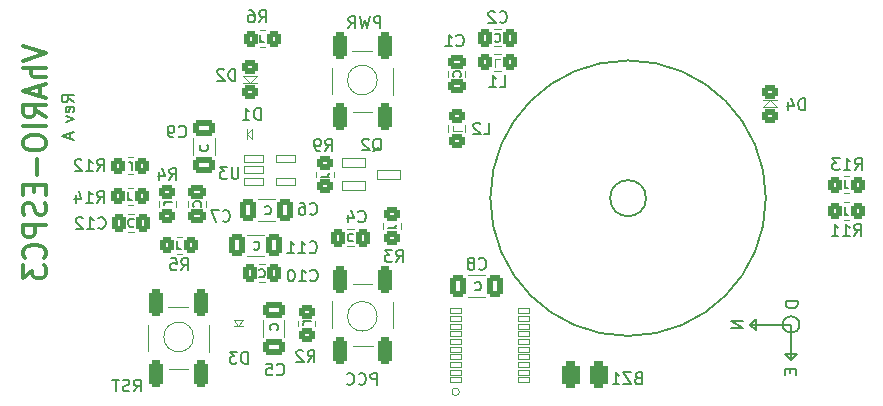
<source format=gbo>
G04 #@! TF.GenerationSoftware,KiCad,Pcbnew,6.99.0-unknown-58b8d63ff8~148~ubuntu20.04.1*
G04 #@! TF.CreationDate,2022-03-11T11:46:21+05:30*
G04 #@! TF.ProjectId,espc3-vario,65737063-332d-4766-9172-696f2e6b6963,rev?*
G04 #@! TF.SameCoordinates,Original*
G04 #@! TF.FileFunction,Legend,Bot*
G04 #@! TF.FilePolarity,Positive*
%FSLAX46Y46*%
G04 Gerber Fmt 4.6, Leading zero omitted, Abs format (unit mm)*
G04 Created by KiCad (PCBNEW 6.99.0-unknown-58b8d63ff8~148~ubuntu20.04.1) date 2022-03-11 11:46:21*
%MOMM*%
%LPD*%
G01*
G04 APERTURE LIST*
G04 Aperture macros list*
%AMRoundRect*
0 Rectangle with rounded corners*
0 $1 Rounding radius*
0 $2 $3 $4 $5 $6 $7 $8 $9 X,Y pos of 4 corners*
0 Add a 4 corners polygon primitive as box body*
4,1,4,$2,$3,$4,$5,$6,$7,$8,$9,$2,$3,0*
0 Add four circle primitives for the rounded corners*
1,1,$1+$1,$2,$3*
1,1,$1+$1,$4,$5*
1,1,$1+$1,$6,$7*
1,1,$1+$1,$8,$9*
0 Add four rect primitives between the rounded corners*
20,1,$1+$1,$2,$3,$4,$5,0*
20,1,$1+$1,$4,$5,$6,$7,0*
20,1,$1+$1,$6,$7,$8,$9,0*
20,1,$1+$1,$8,$9,$2,$3,0*%
G04 Aperture macros list end*
%ADD10C,0.150000*%
%ADD11C,0.300000*%
%ADD12C,0.120000*%
%ADD13R,1.700000X1.700000*%
%ADD14O,1.700000X1.700000*%
%ADD15C,2.500000*%
%ADD16O,1.800000X1.000000*%
%ADD17RoundRect,0.300000X0.300000X-0.843000X0.300000X0.843000X-0.300000X0.843000X-0.300000X-0.843000X0*%
%ADD18RoundRect,0.300000X-0.300000X0.843000X-0.300000X-0.843000X0.300000X-0.843000X0.300000X0.843000X0*%
%ADD19RoundRect,0.250000X0.412500X0.650000X-0.412500X0.650000X-0.412500X-0.650000X0.412500X-0.650000X0*%
%ADD20R,1.000000X1.000000*%
%ADD21RoundRect,0.250000X0.450000X-0.325000X0.450000X0.325000X-0.450000X0.325000X-0.450000X-0.325000X0*%
%ADD22RoundRect,0.250000X-0.650000X0.412500X-0.650000X-0.412500X0.650000X-0.412500X0.650000X0.412500X0*%
%ADD23RoundRect,0.250000X-0.325000X-0.450000X0.325000X-0.450000X0.325000X0.450000X-0.325000X0.450000X0*%
%ADD24RoundRect,0.250000X0.650000X-0.412500X0.650000X0.412500X-0.650000X0.412500X-0.650000X-0.412500X0*%
%ADD25RoundRect,0.250000X-0.337500X-0.475000X0.337500X-0.475000X0.337500X0.475000X-0.337500X0.475000X0*%
%ADD26RoundRect,0.250000X-0.350000X-0.450000X0.350000X-0.450000X0.350000X0.450000X-0.350000X0.450000X0*%
%ADD27RoundRect,0.250000X0.450000X-0.350000X0.450000X0.350000X-0.450000X0.350000X-0.450000X-0.350000X0*%
%ADD28RoundRect,0.250000X0.337500X0.475000X-0.337500X0.475000X-0.337500X-0.475000X0.337500X-0.475000X0*%
%ADD29RoundRect,0.050000X-0.500000X-0.200000X0.500000X-0.200000X0.500000X0.200000X-0.500000X0.200000X0*%
%ADD30RoundRect,0.250000X-0.450000X0.350000X-0.450000X-0.350000X0.450000X-0.350000X0.450000X0.350000X0*%
%ADD31RoundRect,0.250000X-0.475000X0.337500X-0.475000X-0.337500X0.475000X-0.337500X0.475000X0.337500X0*%
%ADD32RoundRect,0.050000X-0.780000X-0.325000X0.780000X-0.325000X0.780000X0.325000X-0.780000X0.325000X0*%
%ADD33RoundRect,0.250000X0.350000X0.450000X-0.350000X0.450000X-0.350000X-0.450000X0.350000X-0.450000X0*%
%ADD34RoundRect,0.050000X-0.950000X-0.400000X0.950000X-0.400000X0.950000X0.400000X-0.950000X0.400000X0*%
%ADD35RoundRect,0.250000X-0.450000X0.325000X-0.450000X-0.325000X0.450000X-0.325000X0.450000X0.325000X0*%
%ADD36RoundRect,0.381000X-0.381000X0.762000X-0.381000X-0.762000X0.381000X-0.762000X0.381000X0.762000X0*%
G04 APERTURE END LIST*
D10*
X156300000Y-116200000D02*
X157300000Y-116200000D01*
X156800000Y-113700000D02*
X153300000Y-113700000D01*
X153800000Y-113200000D02*
X153300000Y-113700000D01*
X154661904Y-103000000D02*
G75*
G03*
X154661904Y-103000000I-11661904J0D01*
G01*
X153800000Y-113700000D02*
X153800000Y-114200000D01*
X157507107Y-113700000D02*
G75*
G03*
X157507107Y-113700000I-707107J0D01*
G01*
X156800000Y-113700000D02*
X156800000Y-116700000D01*
X153800000Y-114200000D02*
X153300000Y-113700000D01*
X156800000Y-116700000D02*
X156300000Y-116200000D01*
X157300000Y-116200000D02*
X156800000Y-116700000D01*
X153800000Y-113700000D02*
X153800000Y-113200000D01*
X144520691Y-103000000D02*
G75*
G03*
X144520691Y-103000000I-1520691J0D01*
G01*
X152752380Y-113414286D02*
X151752380Y-113414286D01*
X151752380Y-113414286D02*
X152752380Y-113985714D01*
X152752380Y-113985714D02*
X151752380Y-113985714D01*
X101147619Y-119352380D02*
X101480952Y-118876190D01*
X101719047Y-119352380D02*
X101719047Y-118352380D01*
X101719047Y-118352380D02*
X101338095Y-118352380D01*
X101338095Y-118352380D02*
X101242857Y-118400000D01*
X101242857Y-118400000D02*
X101195238Y-118447619D01*
X101195238Y-118447619D02*
X101147619Y-118542857D01*
X101147619Y-118542857D02*
X101147619Y-118685714D01*
X101147619Y-118685714D02*
X101195238Y-118780952D01*
X101195238Y-118780952D02*
X101242857Y-118828571D01*
X101242857Y-118828571D02*
X101338095Y-118876190D01*
X101338095Y-118876190D02*
X101719047Y-118876190D01*
X100766666Y-119304761D02*
X100623809Y-119352380D01*
X100623809Y-119352380D02*
X100385714Y-119352380D01*
X100385714Y-119352380D02*
X100290476Y-119304761D01*
X100290476Y-119304761D02*
X100242857Y-119257142D01*
X100242857Y-119257142D02*
X100195238Y-119161904D01*
X100195238Y-119161904D02*
X100195238Y-119066666D01*
X100195238Y-119066666D02*
X100242857Y-118971428D01*
X100242857Y-118971428D02*
X100290476Y-118923809D01*
X100290476Y-118923809D02*
X100385714Y-118876190D01*
X100385714Y-118876190D02*
X100576190Y-118828571D01*
X100576190Y-118828571D02*
X100671428Y-118780952D01*
X100671428Y-118780952D02*
X100719047Y-118733333D01*
X100719047Y-118733333D02*
X100766666Y-118638095D01*
X100766666Y-118638095D02*
X100766666Y-118542857D01*
X100766666Y-118542857D02*
X100719047Y-118447619D01*
X100719047Y-118447619D02*
X100671428Y-118400000D01*
X100671428Y-118400000D02*
X100576190Y-118352380D01*
X100576190Y-118352380D02*
X100338095Y-118352380D01*
X100338095Y-118352380D02*
X100195238Y-118400000D01*
X99909523Y-118352380D02*
X99338095Y-118352380D01*
X99623809Y-119352380D02*
X99623809Y-118352380D01*
X156728571Y-117485714D02*
X156728571Y-117819047D01*
X157252380Y-117961904D02*
X157252380Y-117485714D01*
X157252380Y-117485714D02*
X156252380Y-117485714D01*
X156252380Y-117485714D02*
X156252380Y-117961904D01*
X110011904Y-100352380D02*
X110011904Y-101161904D01*
X110011904Y-101161904D02*
X109964285Y-101257142D01*
X109964285Y-101257142D02*
X109916666Y-101304761D01*
X109916666Y-101304761D02*
X109821428Y-101352380D01*
X109821428Y-101352380D02*
X109630952Y-101352380D01*
X109630952Y-101352380D02*
X109535714Y-101304761D01*
X109535714Y-101304761D02*
X109488095Y-101257142D01*
X109488095Y-101257142D02*
X109440476Y-101161904D01*
X109440476Y-101161904D02*
X109440476Y-100352380D01*
X109059523Y-100352380D02*
X108440476Y-100352380D01*
X108440476Y-100352380D02*
X108773809Y-100733333D01*
X108773809Y-100733333D02*
X108630952Y-100733333D01*
X108630952Y-100733333D02*
X108535714Y-100780952D01*
X108535714Y-100780952D02*
X108488095Y-100828571D01*
X108488095Y-100828571D02*
X108440476Y-100923809D01*
X108440476Y-100923809D02*
X108440476Y-101161904D01*
X108440476Y-101161904D02*
X108488095Y-101257142D01*
X108488095Y-101257142D02*
X108535714Y-101304761D01*
X108535714Y-101304761D02*
X108630952Y-101352380D01*
X108630952Y-101352380D02*
X108916666Y-101352380D01*
X108916666Y-101352380D02*
X109011904Y-101304761D01*
X109011904Y-101304761D02*
X109059523Y-101257142D01*
X96052380Y-94871428D02*
X95576190Y-94538095D01*
X96052380Y-94300000D02*
X95052380Y-94300000D01*
X95052380Y-94300000D02*
X95052380Y-94680952D01*
X95052380Y-94680952D02*
X95100000Y-94776190D01*
X95100000Y-94776190D02*
X95147619Y-94823809D01*
X95147619Y-94823809D02*
X95242857Y-94871428D01*
X95242857Y-94871428D02*
X95385714Y-94871428D01*
X95385714Y-94871428D02*
X95480952Y-94823809D01*
X95480952Y-94823809D02*
X95528571Y-94776190D01*
X95528571Y-94776190D02*
X95576190Y-94680952D01*
X95576190Y-94680952D02*
X95576190Y-94300000D01*
X96004761Y-95680952D02*
X96052380Y-95585714D01*
X96052380Y-95585714D02*
X96052380Y-95395238D01*
X96052380Y-95395238D02*
X96004761Y-95300000D01*
X96004761Y-95300000D02*
X95909523Y-95252381D01*
X95909523Y-95252381D02*
X95528571Y-95252381D01*
X95528571Y-95252381D02*
X95433333Y-95300000D01*
X95433333Y-95300000D02*
X95385714Y-95395238D01*
X95385714Y-95395238D02*
X95385714Y-95585714D01*
X95385714Y-95585714D02*
X95433333Y-95680952D01*
X95433333Y-95680952D02*
X95528571Y-95728571D01*
X95528571Y-95728571D02*
X95623809Y-95728571D01*
X95623809Y-95728571D02*
X95719047Y-95252381D01*
X95385714Y-96061905D02*
X96052380Y-96300000D01*
X96052380Y-96300000D02*
X95385714Y-96538095D01*
X95766666Y-97471429D02*
X95766666Y-97947619D01*
X96052380Y-97376191D02*
X95052380Y-97709524D01*
X95052380Y-97709524D02*
X96052380Y-98042857D01*
X122033332Y-88602380D02*
X122033332Y-87602380D01*
X122033332Y-87602380D02*
X121652380Y-87602380D01*
X121652380Y-87602380D02*
X121557142Y-87650000D01*
X121557142Y-87650000D02*
X121509523Y-87697619D01*
X121509523Y-87697619D02*
X121461904Y-87792857D01*
X121461904Y-87792857D02*
X121461904Y-87935714D01*
X121461904Y-87935714D02*
X121509523Y-88030952D01*
X121509523Y-88030952D02*
X121557142Y-88078571D01*
X121557142Y-88078571D02*
X121652380Y-88126190D01*
X121652380Y-88126190D02*
X122033332Y-88126190D01*
X121128570Y-87602380D02*
X120890475Y-88602380D01*
X120890475Y-88602380D02*
X120699999Y-87888095D01*
X120699999Y-87888095D02*
X120509523Y-88602380D01*
X120509523Y-88602380D02*
X120271428Y-87602380D01*
X119319047Y-88602380D02*
X119652380Y-88126190D01*
X119890475Y-88602380D02*
X119890475Y-87602380D01*
X119890475Y-87602380D02*
X119509523Y-87602380D01*
X119509523Y-87602380D02*
X119414285Y-87650000D01*
X119414285Y-87650000D02*
X119366666Y-87697619D01*
X119366666Y-87697619D02*
X119319047Y-87792857D01*
X119319047Y-87792857D02*
X119319047Y-87935714D01*
X119319047Y-87935714D02*
X119366666Y-88030952D01*
X119366666Y-88030952D02*
X119414285Y-88078571D01*
X119414285Y-88078571D02*
X119509523Y-88126190D01*
X119509523Y-88126190D02*
X119890475Y-88126190D01*
D11*
X91754761Y-90150000D02*
X93754761Y-90750000D01*
X93754761Y-90750000D02*
X91754761Y-91350000D01*
X93754761Y-91950000D02*
X91754761Y-91950000D01*
X93754761Y-92721429D02*
X92707142Y-92721429D01*
X92707142Y-92721429D02*
X92516666Y-92635714D01*
X92516666Y-92635714D02*
X92421428Y-92464286D01*
X92421428Y-92464286D02*
X92421428Y-92207143D01*
X92421428Y-92207143D02*
X92516666Y-92035714D01*
X92516666Y-92035714D02*
X92611904Y-91950000D01*
X93183333Y-93492857D02*
X93183333Y-94350000D01*
X93754761Y-93321428D02*
X91754761Y-93921428D01*
X91754761Y-93921428D02*
X93754761Y-94521428D01*
X93754761Y-96149999D02*
X92802380Y-95549999D01*
X93754761Y-95121428D02*
X91754761Y-95121428D01*
X91754761Y-95121428D02*
X91754761Y-95807142D01*
X91754761Y-95807142D02*
X91850000Y-95978571D01*
X91850000Y-95978571D02*
X91945238Y-96064285D01*
X91945238Y-96064285D02*
X92135714Y-96149999D01*
X92135714Y-96149999D02*
X92421428Y-96149999D01*
X92421428Y-96149999D02*
X92611904Y-96064285D01*
X92611904Y-96064285D02*
X92707142Y-95978571D01*
X92707142Y-95978571D02*
X92802380Y-95807142D01*
X92802380Y-95807142D02*
X92802380Y-95121428D01*
X93754761Y-96921428D02*
X91754761Y-96921428D01*
X91754761Y-98121428D02*
X91754761Y-98464285D01*
X91754761Y-98464285D02*
X91850000Y-98635714D01*
X91850000Y-98635714D02*
X92040476Y-98807142D01*
X92040476Y-98807142D02*
X92421428Y-98892857D01*
X92421428Y-98892857D02*
X93088095Y-98892857D01*
X93088095Y-98892857D02*
X93469047Y-98807142D01*
X93469047Y-98807142D02*
X93659523Y-98635714D01*
X93659523Y-98635714D02*
X93754761Y-98464285D01*
X93754761Y-98464285D02*
X93754761Y-98121428D01*
X93754761Y-98121428D02*
X93659523Y-97950000D01*
X93659523Y-97950000D02*
X93469047Y-97778571D01*
X93469047Y-97778571D02*
X93088095Y-97692857D01*
X93088095Y-97692857D02*
X92421428Y-97692857D01*
X92421428Y-97692857D02*
X92040476Y-97778571D01*
X92040476Y-97778571D02*
X91850000Y-97950000D01*
X91850000Y-97950000D02*
X91754761Y-98121428D01*
X92992857Y-99664285D02*
X92992857Y-101035714D01*
X92707142Y-101892856D02*
X92707142Y-102492856D01*
X93754761Y-102749999D02*
X93754761Y-101892856D01*
X93754761Y-101892856D02*
X91754761Y-101892856D01*
X91754761Y-101892856D02*
X91754761Y-102749999D01*
X93659523Y-103435713D02*
X93754761Y-103692856D01*
X93754761Y-103692856D02*
X93754761Y-104121427D01*
X93754761Y-104121427D02*
X93659523Y-104292856D01*
X93659523Y-104292856D02*
X93564285Y-104378570D01*
X93564285Y-104378570D02*
X93373809Y-104464284D01*
X93373809Y-104464284D02*
X93183333Y-104464284D01*
X93183333Y-104464284D02*
X92992857Y-104378570D01*
X92992857Y-104378570D02*
X92897619Y-104292856D01*
X92897619Y-104292856D02*
X92802380Y-104121427D01*
X92802380Y-104121427D02*
X92707142Y-103778570D01*
X92707142Y-103778570D02*
X92611904Y-103607141D01*
X92611904Y-103607141D02*
X92516666Y-103521427D01*
X92516666Y-103521427D02*
X92326190Y-103435713D01*
X92326190Y-103435713D02*
X92135714Y-103435713D01*
X92135714Y-103435713D02*
X91945238Y-103521427D01*
X91945238Y-103521427D02*
X91850000Y-103607141D01*
X91850000Y-103607141D02*
X91754761Y-103778570D01*
X91754761Y-103778570D02*
X91754761Y-104207141D01*
X91754761Y-104207141D02*
X91850000Y-104464284D01*
X93754761Y-105235713D02*
X91754761Y-105235713D01*
X91754761Y-105235713D02*
X91754761Y-105921427D01*
X91754761Y-105921427D02*
X91850000Y-106092856D01*
X91850000Y-106092856D02*
X91945238Y-106178570D01*
X91945238Y-106178570D02*
X92135714Y-106264284D01*
X92135714Y-106264284D02*
X92421428Y-106264284D01*
X92421428Y-106264284D02*
X92611904Y-106178570D01*
X92611904Y-106178570D02*
X92707142Y-106092856D01*
X92707142Y-106092856D02*
X92802380Y-105921427D01*
X92802380Y-105921427D02*
X92802380Y-105235713D01*
X93564285Y-108064284D02*
X93659523Y-107978570D01*
X93659523Y-107978570D02*
X93754761Y-107721427D01*
X93754761Y-107721427D02*
X93754761Y-107549999D01*
X93754761Y-107549999D02*
X93659523Y-107292856D01*
X93659523Y-107292856D02*
X93469047Y-107121427D01*
X93469047Y-107121427D02*
X93278571Y-107035713D01*
X93278571Y-107035713D02*
X92897619Y-106949999D01*
X92897619Y-106949999D02*
X92611904Y-106949999D01*
X92611904Y-106949999D02*
X92230952Y-107035713D01*
X92230952Y-107035713D02*
X92040476Y-107121427D01*
X92040476Y-107121427D02*
X91850000Y-107292856D01*
X91850000Y-107292856D02*
X91754761Y-107549999D01*
X91754761Y-107549999D02*
X91754761Y-107721427D01*
X91754761Y-107721427D02*
X91850000Y-107978570D01*
X91850000Y-107978570D02*
X91945238Y-108064284D01*
X91754761Y-108664284D02*
X91754761Y-109778570D01*
X91754761Y-109778570D02*
X92516666Y-109178570D01*
X92516666Y-109178570D02*
X92516666Y-109435713D01*
X92516666Y-109435713D02*
X92611904Y-109607142D01*
X92611904Y-109607142D02*
X92707142Y-109692856D01*
X92707142Y-109692856D02*
X92897619Y-109778570D01*
X92897619Y-109778570D02*
X93373809Y-109778570D01*
X93373809Y-109778570D02*
X93564285Y-109692856D01*
X93564285Y-109692856D02*
X93659523Y-109607142D01*
X93659523Y-109607142D02*
X93754761Y-109435713D01*
X93754761Y-109435713D02*
X93754761Y-108921427D01*
X93754761Y-108921427D02*
X93659523Y-108749999D01*
X93659523Y-108749999D02*
X93564285Y-108664284D01*
D10*
X157352380Y-111738095D02*
X156352380Y-111738095D01*
X156352380Y-111738095D02*
X156352380Y-111976190D01*
X156352380Y-111976190D02*
X156400000Y-112119047D01*
X156400000Y-112119047D02*
X156495238Y-112214285D01*
X156495238Y-112214285D02*
X156590476Y-112261904D01*
X156590476Y-112261904D02*
X156780952Y-112309523D01*
X156780952Y-112309523D02*
X156923809Y-112309523D01*
X156923809Y-112309523D02*
X157114285Y-112261904D01*
X157114285Y-112261904D02*
X157209523Y-112214285D01*
X157209523Y-112214285D02*
X157304761Y-112119047D01*
X157304761Y-112119047D02*
X157352380Y-111976190D01*
X157352380Y-111976190D02*
X157352380Y-111738095D01*
X121761904Y-118802380D02*
X121761904Y-117802380D01*
X121761904Y-117802380D02*
X121380952Y-117802380D01*
X121380952Y-117802380D02*
X121285714Y-117850000D01*
X121285714Y-117850000D02*
X121238095Y-117897619D01*
X121238095Y-117897619D02*
X121190476Y-117992857D01*
X121190476Y-117992857D02*
X121190476Y-118135714D01*
X121190476Y-118135714D02*
X121238095Y-118230952D01*
X121238095Y-118230952D02*
X121285714Y-118278571D01*
X121285714Y-118278571D02*
X121380952Y-118326190D01*
X121380952Y-118326190D02*
X121761904Y-118326190D01*
X120190476Y-118707142D02*
X120238095Y-118754761D01*
X120238095Y-118754761D02*
X120380952Y-118802380D01*
X120380952Y-118802380D02*
X120476190Y-118802380D01*
X120476190Y-118802380D02*
X120619047Y-118754761D01*
X120619047Y-118754761D02*
X120714285Y-118659523D01*
X120714285Y-118659523D02*
X120761904Y-118564285D01*
X120761904Y-118564285D02*
X120809523Y-118373809D01*
X120809523Y-118373809D02*
X120809523Y-118230952D01*
X120809523Y-118230952D02*
X120761904Y-118040476D01*
X120761904Y-118040476D02*
X120714285Y-117945238D01*
X120714285Y-117945238D02*
X120619047Y-117850000D01*
X120619047Y-117850000D02*
X120476190Y-117802380D01*
X120476190Y-117802380D02*
X120380952Y-117802380D01*
X120380952Y-117802380D02*
X120238095Y-117850000D01*
X120238095Y-117850000D02*
X120190476Y-117897619D01*
X119190476Y-118707142D02*
X119238095Y-118754761D01*
X119238095Y-118754761D02*
X119380952Y-118802380D01*
X119380952Y-118802380D02*
X119476190Y-118802380D01*
X119476190Y-118802380D02*
X119619047Y-118754761D01*
X119619047Y-118754761D02*
X119714285Y-118659523D01*
X119714285Y-118659523D02*
X119761904Y-118564285D01*
X119761904Y-118564285D02*
X119809523Y-118373809D01*
X119809523Y-118373809D02*
X119809523Y-118230952D01*
X119809523Y-118230952D02*
X119761904Y-118040476D01*
X119761904Y-118040476D02*
X119714285Y-117945238D01*
X119714285Y-117945238D02*
X119619047Y-117850000D01*
X119619047Y-117850000D02*
X119476190Y-117802380D01*
X119476190Y-117802380D02*
X119380952Y-117802380D01*
X119380952Y-117802380D02*
X119238095Y-117850000D01*
X119238095Y-117850000D02*
X119190476Y-117897619D01*
X116066666Y-104307142D02*
X116114285Y-104354761D01*
X116114285Y-104354761D02*
X116257142Y-104402380D01*
X116257142Y-104402380D02*
X116352380Y-104402380D01*
X116352380Y-104402380D02*
X116495237Y-104354761D01*
X116495237Y-104354761D02*
X116590475Y-104259523D01*
X116590475Y-104259523D02*
X116638094Y-104164285D01*
X116638094Y-104164285D02*
X116685713Y-103973809D01*
X116685713Y-103973809D02*
X116685713Y-103830952D01*
X116685713Y-103830952D02*
X116638094Y-103640476D01*
X116638094Y-103640476D02*
X116590475Y-103545238D01*
X116590475Y-103545238D02*
X116495237Y-103450000D01*
X116495237Y-103450000D02*
X116352380Y-103402380D01*
X116352380Y-103402380D02*
X116257142Y-103402380D01*
X116257142Y-103402380D02*
X116114285Y-103450000D01*
X116114285Y-103450000D02*
X116066666Y-103497619D01*
X115209523Y-103402380D02*
X115399999Y-103402380D01*
X115399999Y-103402380D02*
X115495237Y-103450000D01*
X115495237Y-103450000D02*
X115542856Y-103497619D01*
X115542856Y-103497619D02*
X115638094Y-103640476D01*
X115638094Y-103640476D02*
X115685713Y-103830952D01*
X115685713Y-103830952D02*
X115685713Y-104211904D01*
X115685713Y-104211904D02*
X115638094Y-104307142D01*
X115638094Y-104307142D02*
X115590475Y-104354761D01*
X115590475Y-104354761D02*
X115495237Y-104402380D01*
X115495237Y-104402380D02*
X115304761Y-104402380D01*
X115304761Y-104402380D02*
X115209523Y-104354761D01*
X115209523Y-104354761D02*
X115161904Y-104307142D01*
X115161904Y-104307142D02*
X115114285Y-104211904D01*
X115114285Y-104211904D02*
X115114285Y-103973809D01*
X115114285Y-103973809D02*
X115161904Y-103878571D01*
X115161904Y-103878571D02*
X115209523Y-103830952D01*
X115209523Y-103830952D02*
X115304761Y-103783333D01*
X115304761Y-103783333D02*
X115495237Y-103783333D01*
X115495237Y-103783333D02*
X115590475Y-103830952D01*
X115590475Y-103830952D02*
X115638094Y-103878571D01*
X115638094Y-103878571D02*
X115685713Y-103973809D01*
X112261904Y-104304761D02*
X112357142Y-104352380D01*
X112357142Y-104352380D02*
X112547618Y-104352380D01*
X112547618Y-104352380D02*
X112642856Y-104304761D01*
X112642856Y-104304761D02*
X112690475Y-104257142D01*
X112690475Y-104257142D02*
X112738094Y-104161904D01*
X112738094Y-104161904D02*
X112738094Y-103876190D01*
X112738094Y-103876190D02*
X112690475Y-103780952D01*
X112690475Y-103780952D02*
X112642856Y-103733333D01*
X112642856Y-103733333D02*
X112547618Y-103685714D01*
X112547618Y-103685714D02*
X112357142Y-103685714D01*
X112357142Y-103685714D02*
X112261904Y-103733333D01*
X111888094Y-96352380D02*
X111888094Y-95352380D01*
X111888094Y-95352380D02*
X111649999Y-95352380D01*
X111649999Y-95352380D02*
X111507142Y-95400000D01*
X111507142Y-95400000D02*
X111411904Y-95495238D01*
X111411904Y-95495238D02*
X111364285Y-95590476D01*
X111364285Y-95590476D02*
X111316666Y-95780952D01*
X111316666Y-95780952D02*
X111316666Y-95923809D01*
X111316666Y-95923809D02*
X111364285Y-96114285D01*
X111364285Y-96114285D02*
X111411904Y-96209523D01*
X111411904Y-96209523D02*
X111507142Y-96304761D01*
X111507142Y-96304761D02*
X111649999Y-96352380D01*
X111649999Y-96352380D02*
X111888094Y-96352380D01*
X110364285Y-96352380D02*
X110935713Y-96352380D01*
X110649999Y-96352380D02*
X110649999Y-95352380D01*
X110649999Y-95352380D02*
X110745237Y-95495238D01*
X110745237Y-95495238D02*
X110840475Y-95590476D01*
X110840475Y-95590476D02*
X110935713Y-95638095D01*
X130766666Y-97602380D02*
X131242856Y-97602380D01*
X131242856Y-97602380D02*
X131242856Y-96602380D01*
X130480951Y-96697619D02*
X130433332Y-96650000D01*
X130433332Y-96650000D02*
X130338094Y-96602380D01*
X130338094Y-96602380D02*
X130099999Y-96602380D01*
X130099999Y-96602380D02*
X130004761Y-96650000D01*
X130004761Y-96650000D02*
X129957142Y-96697619D01*
X129957142Y-96697619D02*
X129909523Y-96792857D01*
X129909523Y-96792857D02*
X129909523Y-96888095D01*
X129909523Y-96888095D02*
X129957142Y-97030952D01*
X129957142Y-97030952D02*
X130528570Y-97602380D01*
X130528570Y-97602380D02*
X129909523Y-97602380D01*
X116042857Y-107557142D02*
X116090476Y-107604761D01*
X116090476Y-107604761D02*
X116233333Y-107652380D01*
X116233333Y-107652380D02*
X116328571Y-107652380D01*
X116328571Y-107652380D02*
X116471428Y-107604761D01*
X116471428Y-107604761D02*
X116566666Y-107509523D01*
X116566666Y-107509523D02*
X116614285Y-107414285D01*
X116614285Y-107414285D02*
X116661904Y-107223809D01*
X116661904Y-107223809D02*
X116661904Y-107080952D01*
X116661904Y-107080952D02*
X116614285Y-106890476D01*
X116614285Y-106890476D02*
X116566666Y-106795238D01*
X116566666Y-106795238D02*
X116471428Y-106700000D01*
X116471428Y-106700000D02*
X116328571Y-106652380D01*
X116328571Y-106652380D02*
X116233333Y-106652380D01*
X116233333Y-106652380D02*
X116090476Y-106700000D01*
X116090476Y-106700000D02*
X116042857Y-106747619D01*
X115090476Y-107652380D02*
X115661904Y-107652380D01*
X115376190Y-107652380D02*
X115376190Y-106652380D01*
X115376190Y-106652380D02*
X115471428Y-106795238D01*
X115471428Y-106795238D02*
X115566666Y-106890476D01*
X115566666Y-106890476D02*
X115661904Y-106938095D01*
X114138095Y-107652380D02*
X114709523Y-107652380D01*
X114423809Y-107652380D02*
X114423809Y-106652380D01*
X114423809Y-106652380D02*
X114519047Y-106795238D01*
X114519047Y-106795238D02*
X114614285Y-106890476D01*
X114614285Y-106890476D02*
X114709523Y-106938095D01*
X111311904Y-107304761D02*
X111407142Y-107352380D01*
X111407142Y-107352380D02*
X111597618Y-107352380D01*
X111597618Y-107352380D02*
X111692856Y-107304761D01*
X111692856Y-107304761D02*
X111740475Y-107257142D01*
X111740475Y-107257142D02*
X111788094Y-107161904D01*
X111788094Y-107161904D02*
X111788094Y-106876190D01*
X111788094Y-106876190D02*
X111740475Y-106780952D01*
X111740475Y-106780952D02*
X111692856Y-106733333D01*
X111692856Y-106733333D02*
X111597618Y-106685714D01*
X111597618Y-106685714D02*
X111407142Y-106685714D01*
X111407142Y-106685714D02*
X111311904Y-106733333D01*
X113266666Y-117907142D02*
X113314285Y-117954761D01*
X113314285Y-117954761D02*
X113457142Y-118002380D01*
X113457142Y-118002380D02*
X113552380Y-118002380D01*
X113552380Y-118002380D02*
X113695237Y-117954761D01*
X113695237Y-117954761D02*
X113790475Y-117859523D01*
X113790475Y-117859523D02*
X113838094Y-117764285D01*
X113838094Y-117764285D02*
X113885713Y-117573809D01*
X113885713Y-117573809D02*
X113885713Y-117430952D01*
X113885713Y-117430952D02*
X113838094Y-117240476D01*
X113838094Y-117240476D02*
X113790475Y-117145238D01*
X113790475Y-117145238D02*
X113695237Y-117050000D01*
X113695237Y-117050000D02*
X113552380Y-117002380D01*
X113552380Y-117002380D02*
X113457142Y-117002380D01*
X113457142Y-117002380D02*
X113314285Y-117050000D01*
X113314285Y-117050000D02*
X113266666Y-117097619D01*
X112361904Y-117002380D02*
X112838094Y-117002380D01*
X112838094Y-117002380D02*
X112885713Y-117478571D01*
X112885713Y-117478571D02*
X112838094Y-117430952D01*
X112838094Y-117430952D02*
X112742856Y-117383333D01*
X112742856Y-117383333D02*
X112504761Y-117383333D01*
X112504761Y-117383333D02*
X112409523Y-117430952D01*
X112409523Y-117430952D02*
X112361904Y-117478571D01*
X112361904Y-117478571D02*
X112314285Y-117573809D01*
X112314285Y-117573809D02*
X112314285Y-117811904D01*
X112314285Y-117811904D02*
X112361904Y-117907142D01*
X112361904Y-117907142D02*
X112409523Y-117954761D01*
X112409523Y-117954761D02*
X112504761Y-118002380D01*
X112504761Y-118002380D02*
X112742856Y-118002380D01*
X112742856Y-118002380D02*
X112838094Y-117954761D01*
X112838094Y-117954761D02*
X112885713Y-117907142D01*
X113304761Y-114138095D02*
X113352380Y-114042857D01*
X113352380Y-114042857D02*
X113352380Y-113852381D01*
X113352380Y-113852381D02*
X113304761Y-113757143D01*
X113304761Y-113757143D02*
X113257142Y-113709524D01*
X113257142Y-113709524D02*
X113161904Y-113661905D01*
X113161904Y-113661905D02*
X112876190Y-113661905D01*
X112876190Y-113661905D02*
X112780952Y-113709524D01*
X112780952Y-113709524D02*
X112733333Y-113757143D01*
X112733333Y-113757143D02*
X112685714Y-113852381D01*
X112685714Y-113852381D02*
X112685714Y-114042857D01*
X112685714Y-114042857D02*
X112733333Y-114138095D01*
X132116666Y-93602380D02*
X132592856Y-93602380D01*
X132592856Y-93602380D02*
X132592856Y-92602380D01*
X131259523Y-93602380D02*
X131830951Y-93602380D01*
X131545237Y-93602380D02*
X131545237Y-92602380D01*
X131545237Y-92602380D02*
X131640475Y-92745238D01*
X131640475Y-92745238D02*
X131735713Y-92840476D01*
X131735713Y-92840476D02*
X131830951Y-92888095D01*
X104966666Y-97757142D02*
X105014285Y-97804761D01*
X105014285Y-97804761D02*
X105157142Y-97852380D01*
X105157142Y-97852380D02*
X105252380Y-97852380D01*
X105252380Y-97852380D02*
X105395237Y-97804761D01*
X105395237Y-97804761D02*
X105490475Y-97709523D01*
X105490475Y-97709523D02*
X105538094Y-97614285D01*
X105538094Y-97614285D02*
X105585713Y-97423809D01*
X105585713Y-97423809D02*
X105585713Y-97280952D01*
X105585713Y-97280952D02*
X105538094Y-97090476D01*
X105538094Y-97090476D02*
X105490475Y-96995238D01*
X105490475Y-96995238D02*
X105395237Y-96900000D01*
X105395237Y-96900000D02*
X105252380Y-96852380D01*
X105252380Y-96852380D02*
X105157142Y-96852380D01*
X105157142Y-96852380D02*
X105014285Y-96900000D01*
X105014285Y-96900000D02*
X104966666Y-96947619D01*
X104490475Y-97852380D02*
X104299999Y-97852380D01*
X104299999Y-97852380D02*
X104204761Y-97804761D01*
X104204761Y-97804761D02*
X104157142Y-97757142D01*
X104157142Y-97757142D02*
X104061904Y-97614285D01*
X104061904Y-97614285D02*
X104014285Y-97423809D01*
X104014285Y-97423809D02*
X104014285Y-97042857D01*
X104014285Y-97042857D02*
X104061904Y-96947619D01*
X104061904Y-96947619D02*
X104109523Y-96900000D01*
X104109523Y-96900000D02*
X104204761Y-96852380D01*
X104204761Y-96852380D02*
X104395237Y-96852380D01*
X104395237Y-96852380D02*
X104490475Y-96900000D01*
X104490475Y-96900000D02*
X104538094Y-96947619D01*
X104538094Y-96947619D02*
X104585713Y-97042857D01*
X104585713Y-97042857D02*
X104585713Y-97280952D01*
X104585713Y-97280952D02*
X104538094Y-97376190D01*
X104538094Y-97376190D02*
X104490475Y-97423809D01*
X104490475Y-97423809D02*
X104395237Y-97471428D01*
X104395237Y-97471428D02*
X104204761Y-97471428D01*
X104204761Y-97471428D02*
X104109523Y-97423809D01*
X104109523Y-97423809D02*
X104061904Y-97376190D01*
X104061904Y-97376190D02*
X104014285Y-97280952D01*
X106795238Y-98511904D02*
X106747619Y-98607142D01*
X106747619Y-98607142D02*
X106747619Y-98797618D01*
X106747619Y-98797618D02*
X106795238Y-98892856D01*
X106795238Y-98892856D02*
X106842857Y-98940475D01*
X106842857Y-98940475D02*
X106938095Y-98988094D01*
X106938095Y-98988094D02*
X107223809Y-98988094D01*
X107223809Y-98988094D02*
X107319047Y-98940475D01*
X107319047Y-98940475D02*
X107366666Y-98892856D01*
X107366666Y-98892856D02*
X107414285Y-98797618D01*
X107414285Y-98797618D02*
X107414285Y-98607142D01*
X107414285Y-98607142D02*
X107366666Y-98511904D01*
X120166666Y-104957142D02*
X120214285Y-105004761D01*
X120214285Y-105004761D02*
X120357142Y-105052380D01*
X120357142Y-105052380D02*
X120452380Y-105052380D01*
X120452380Y-105052380D02*
X120595237Y-105004761D01*
X120595237Y-105004761D02*
X120690475Y-104909523D01*
X120690475Y-104909523D02*
X120738094Y-104814285D01*
X120738094Y-104814285D02*
X120785713Y-104623809D01*
X120785713Y-104623809D02*
X120785713Y-104480952D01*
X120785713Y-104480952D02*
X120738094Y-104290476D01*
X120738094Y-104290476D02*
X120690475Y-104195238D01*
X120690475Y-104195238D02*
X120595237Y-104100000D01*
X120595237Y-104100000D02*
X120452380Y-104052380D01*
X120452380Y-104052380D02*
X120357142Y-104052380D01*
X120357142Y-104052380D02*
X120214285Y-104100000D01*
X120214285Y-104100000D02*
X120166666Y-104147619D01*
X119309523Y-104385714D02*
X119309523Y-105052380D01*
X119547618Y-104004761D02*
X119785713Y-104719047D01*
X119785713Y-104719047D02*
X119166666Y-104719047D01*
X119738095Y-106045238D02*
X119642857Y-105997619D01*
X119642857Y-105997619D02*
X119452381Y-105997619D01*
X119452381Y-105997619D02*
X119357143Y-106045238D01*
X119357143Y-106045238D02*
X119309524Y-106092857D01*
X119309524Y-106092857D02*
X119261905Y-106188095D01*
X119261905Y-106188095D02*
X119261905Y-106473809D01*
X119261905Y-106473809D02*
X119309524Y-106569047D01*
X119309524Y-106569047D02*
X119357143Y-106616666D01*
X119357143Y-106616666D02*
X119452381Y-106664285D01*
X119452381Y-106664285D02*
X119642857Y-106664285D01*
X119642857Y-106664285D02*
X119738095Y-106616666D01*
X162142857Y-106202380D02*
X162476190Y-105726190D01*
X162714285Y-106202380D02*
X162714285Y-105202380D01*
X162714285Y-105202380D02*
X162333333Y-105202380D01*
X162333333Y-105202380D02*
X162238095Y-105250000D01*
X162238095Y-105250000D02*
X162190476Y-105297619D01*
X162190476Y-105297619D02*
X162142857Y-105392857D01*
X162142857Y-105392857D02*
X162142857Y-105535714D01*
X162142857Y-105535714D02*
X162190476Y-105630952D01*
X162190476Y-105630952D02*
X162238095Y-105678571D01*
X162238095Y-105678571D02*
X162333333Y-105726190D01*
X162333333Y-105726190D02*
X162714285Y-105726190D01*
X161190476Y-106202380D02*
X161761904Y-106202380D01*
X161476190Y-106202380D02*
X161476190Y-105202380D01*
X161476190Y-105202380D02*
X161571428Y-105345238D01*
X161571428Y-105345238D02*
X161666666Y-105440476D01*
X161666666Y-105440476D02*
X161761904Y-105488095D01*
X160238095Y-106202380D02*
X160809523Y-106202380D01*
X160523809Y-106202380D02*
X160523809Y-105202380D01*
X160523809Y-105202380D02*
X160619047Y-105345238D01*
X160619047Y-105345238D02*
X160714285Y-105440476D01*
X160714285Y-105440476D02*
X160809523Y-105488095D01*
X161328571Y-103747619D02*
X161328571Y-104414285D01*
X161328571Y-104223809D02*
X161376190Y-104319047D01*
X161376190Y-104319047D02*
X161423809Y-104366666D01*
X161423809Y-104366666D02*
X161519047Y-104414285D01*
X161519047Y-104414285D02*
X161614285Y-104414285D01*
X117366666Y-99002380D02*
X117699999Y-98526190D01*
X117938094Y-99002380D02*
X117938094Y-98002380D01*
X117938094Y-98002380D02*
X117557142Y-98002380D01*
X117557142Y-98002380D02*
X117461904Y-98050000D01*
X117461904Y-98050000D02*
X117414285Y-98097619D01*
X117414285Y-98097619D02*
X117366666Y-98192857D01*
X117366666Y-98192857D02*
X117366666Y-98335714D01*
X117366666Y-98335714D02*
X117414285Y-98430952D01*
X117414285Y-98430952D02*
X117461904Y-98478571D01*
X117461904Y-98478571D02*
X117557142Y-98526190D01*
X117557142Y-98526190D02*
X117938094Y-98526190D01*
X116890475Y-99002380D02*
X116699999Y-99002380D01*
X116699999Y-99002380D02*
X116604761Y-98954761D01*
X116604761Y-98954761D02*
X116557142Y-98907142D01*
X116557142Y-98907142D02*
X116461904Y-98764285D01*
X116461904Y-98764285D02*
X116414285Y-98573809D01*
X116414285Y-98573809D02*
X116414285Y-98192857D01*
X116414285Y-98192857D02*
X116461904Y-98097619D01*
X116461904Y-98097619D02*
X116509523Y-98050000D01*
X116509523Y-98050000D02*
X116604761Y-98002380D01*
X116604761Y-98002380D02*
X116795237Y-98002380D01*
X116795237Y-98002380D02*
X116890475Y-98050000D01*
X116890475Y-98050000D02*
X116938094Y-98097619D01*
X116938094Y-98097619D02*
X116985713Y-98192857D01*
X116985713Y-98192857D02*
X116985713Y-98430952D01*
X116985713Y-98430952D02*
X116938094Y-98526190D01*
X116938094Y-98526190D02*
X116890475Y-98573809D01*
X116890475Y-98573809D02*
X116795237Y-98621428D01*
X116795237Y-98621428D02*
X116604761Y-98621428D01*
X116604761Y-98621428D02*
X116509523Y-98573809D01*
X116509523Y-98573809D02*
X116461904Y-98526190D01*
X116461904Y-98526190D02*
X116414285Y-98430952D01*
X116997619Y-101171428D02*
X117664285Y-101171428D01*
X117473809Y-101171428D02*
X117569047Y-101123809D01*
X117569047Y-101123809D02*
X117616666Y-101076190D01*
X117616666Y-101076190D02*
X117664285Y-100980952D01*
X117664285Y-100980952D02*
X117664285Y-100885714D01*
X123366666Y-108402380D02*
X123699999Y-107926190D01*
X123938094Y-108402380D02*
X123938094Y-107402380D01*
X123938094Y-107402380D02*
X123557142Y-107402380D01*
X123557142Y-107402380D02*
X123461904Y-107450000D01*
X123461904Y-107450000D02*
X123414285Y-107497619D01*
X123414285Y-107497619D02*
X123366666Y-107592857D01*
X123366666Y-107592857D02*
X123366666Y-107735714D01*
X123366666Y-107735714D02*
X123414285Y-107830952D01*
X123414285Y-107830952D02*
X123461904Y-107878571D01*
X123461904Y-107878571D02*
X123557142Y-107926190D01*
X123557142Y-107926190D02*
X123938094Y-107926190D01*
X123033332Y-107402380D02*
X122414285Y-107402380D01*
X122414285Y-107402380D02*
X122747618Y-107783333D01*
X122747618Y-107783333D02*
X122604761Y-107783333D01*
X122604761Y-107783333D02*
X122509523Y-107830952D01*
X122509523Y-107830952D02*
X122461904Y-107878571D01*
X122461904Y-107878571D02*
X122414285Y-107973809D01*
X122414285Y-107973809D02*
X122414285Y-108211904D01*
X122414285Y-108211904D02*
X122461904Y-108307142D01*
X122461904Y-108307142D02*
X122509523Y-108354761D01*
X122509523Y-108354761D02*
X122604761Y-108402380D01*
X122604761Y-108402380D02*
X122890475Y-108402380D01*
X122890475Y-108402380D02*
X122985713Y-108354761D01*
X122985713Y-108354761D02*
X123033332Y-108307142D01*
X122647619Y-105521428D02*
X123314285Y-105521428D01*
X123123809Y-105521428D02*
X123219047Y-105473809D01*
X123219047Y-105473809D02*
X123266666Y-105426190D01*
X123266666Y-105426190D02*
X123314285Y-105330952D01*
X123314285Y-105330952D02*
X123314285Y-105235714D01*
X132116666Y-88077142D02*
X132164285Y-88124761D01*
X132164285Y-88124761D02*
X132307142Y-88172380D01*
X132307142Y-88172380D02*
X132402380Y-88172380D01*
X132402380Y-88172380D02*
X132545237Y-88124761D01*
X132545237Y-88124761D02*
X132640475Y-88029523D01*
X132640475Y-88029523D02*
X132688094Y-87934285D01*
X132688094Y-87934285D02*
X132735713Y-87743809D01*
X132735713Y-87743809D02*
X132735713Y-87600952D01*
X132735713Y-87600952D02*
X132688094Y-87410476D01*
X132688094Y-87410476D02*
X132640475Y-87315238D01*
X132640475Y-87315238D02*
X132545237Y-87220000D01*
X132545237Y-87220000D02*
X132402380Y-87172380D01*
X132402380Y-87172380D02*
X132307142Y-87172380D01*
X132307142Y-87172380D02*
X132164285Y-87220000D01*
X132164285Y-87220000D02*
X132116666Y-87267619D01*
X131735713Y-87267619D02*
X131688094Y-87220000D01*
X131688094Y-87220000D02*
X131592856Y-87172380D01*
X131592856Y-87172380D02*
X131354761Y-87172380D01*
X131354761Y-87172380D02*
X131259523Y-87220000D01*
X131259523Y-87220000D02*
X131211904Y-87267619D01*
X131211904Y-87267619D02*
X131164285Y-87362857D01*
X131164285Y-87362857D02*
X131164285Y-87458095D01*
X131164285Y-87458095D02*
X131211904Y-87600952D01*
X131211904Y-87600952D02*
X131783332Y-88172380D01*
X131783332Y-88172380D02*
X131164285Y-88172380D01*
X131711904Y-89704761D02*
X131807142Y-89752380D01*
X131807142Y-89752380D02*
X131997618Y-89752380D01*
X131997618Y-89752380D02*
X132092856Y-89704761D01*
X132092856Y-89704761D02*
X132140475Y-89657142D01*
X132140475Y-89657142D02*
X132188094Y-89561904D01*
X132188094Y-89561904D02*
X132188094Y-89276190D01*
X132188094Y-89276190D02*
X132140475Y-89180952D01*
X132140475Y-89180952D02*
X132092856Y-89133333D01*
X132092856Y-89133333D02*
X131997618Y-89085714D01*
X131997618Y-89085714D02*
X131807142Y-89085714D01*
X131807142Y-89085714D02*
X131711904Y-89133333D01*
X105166666Y-109102380D02*
X105499999Y-108626190D01*
X105738094Y-109102380D02*
X105738094Y-108102380D01*
X105738094Y-108102380D02*
X105357142Y-108102380D01*
X105357142Y-108102380D02*
X105261904Y-108150000D01*
X105261904Y-108150000D02*
X105214285Y-108197619D01*
X105214285Y-108197619D02*
X105166666Y-108292857D01*
X105166666Y-108292857D02*
X105166666Y-108435714D01*
X105166666Y-108435714D02*
X105214285Y-108530952D01*
X105214285Y-108530952D02*
X105261904Y-108578571D01*
X105261904Y-108578571D02*
X105357142Y-108626190D01*
X105357142Y-108626190D02*
X105738094Y-108626190D01*
X104261904Y-108102380D02*
X104738094Y-108102380D01*
X104738094Y-108102380D02*
X104785713Y-108578571D01*
X104785713Y-108578571D02*
X104738094Y-108530952D01*
X104738094Y-108530952D02*
X104642856Y-108483333D01*
X104642856Y-108483333D02*
X104404761Y-108483333D01*
X104404761Y-108483333D02*
X104309523Y-108530952D01*
X104309523Y-108530952D02*
X104261904Y-108578571D01*
X104261904Y-108578571D02*
X104214285Y-108673809D01*
X104214285Y-108673809D02*
X104214285Y-108911904D01*
X104214285Y-108911904D02*
X104261904Y-109007142D01*
X104261904Y-109007142D02*
X104309523Y-109054761D01*
X104309523Y-109054761D02*
X104404761Y-109102380D01*
X104404761Y-109102380D02*
X104642856Y-109102380D01*
X104642856Y-109102380D02*
X104738094Y-109054761D01*
X104738094Y-109054761D02*
X104785713Y-109007142D01*
X104828571Y-106647619D02*
X104828571Y-107314285D01*
X104828571Y-107123809D02*
X104876190Y-107219047D01*
X104876190Y-107219047D02*
X104923809Y-107266666D01*
X104923809Y-107266666D02*
X105019047Y-107314285D01*
X105019047Y-107314285D02*
X105114285Y-107314285D01*
X104166666Y-101452380D02*
X104499999Y-100976190D01*
X104738094Y-101452380D02*
X104738094Y-100452380D01*
X104738094Y-100452380D02*
X104357142Y-100452380D01*
X104357142Y-100452380D02*
X104261904Y-100500000D01*
X104261904Y-100500000D02*
X104214285Y-100547619D01*
X104214285Y-100547619D02*
X104166666Y-100642857D01*
X104166666Y-100642857D02*
X104166666Y-100785714D01*
X104166666Y-100785714D02*
X104214285Y-100880952D01*
X104214285Y-100880952D02*
X104261904Y-100928571D01*
X104261904Y-100928571D02*
X104357142Y-100976190D01*
X104357142Y-100976190D02*
X104738094Y-100976190D01*
X103309523Y-100785714D02*
X103309523Y-101452380D01*
X103547618Y-100404761D02*
X103785713Y-101119047D01*
X103785713Y-101119047D02*
X103166666Y-101119047D01*
X104352380Y-103328571D02*
X103685714Y-103328571D01*
X103876190Y-103328571D02*
X103780952Y-103376190D01*
X103780952Y-103376190D02*
X103733333Y-103423809D01*
X103733333Y-103423809D02*
X103685714Y-103519047D01*
X103685714Y-103519047D02*
X103685714Y-103614285D01*
X108666666Y-104907142D02*
X108714285Y-104954761D01*
X108714285Y-104954761D02*
X108857142Y-105002380D01*
X108857142Y-105002380D02*
X108952380Y-105002380D01*
X108952380Y-105002380D02*
X109095237Y-104954761D01*
X109095237Y-104954761D02*
X109190475Y-104859523D01*
X109190475Y-104859523D02*
X109238094Y-104764285D01*
X109238094Y-104764285D02*
X109285713Y-104573809D01*
X109285713Y-104573809D02*
X109285713Y-104430952D01*
X109285713Y-104430952D02*
X109238094Y-104240476D01*
X109238094Y-104240476D02*
X109190475Y-104145238D01*
X109190475Y-104145238D02*
X109095237Y-104050000D01*
X109095237Y-104050000D02*
X108952380Y-104002380D01*
X108952380Y-104002380D02*
X108857142Y-104002380D01*
X108857142Y-104002380D02*
X108714285Y-104050000D01*
X108714285Y-104050000D02*
X108666666Y-104097619D01*
X108333332Y-104002380D02*
X107666666Y-104002380D01*
X107666666Y-104002380D02*
X108095237Y-105002380D01*
X106804761Y-103738095D02*
X106852380Y-103642857D01*
X106852380Y-103642857D02*
X106852380Y-103452381D01*
X106852380Y-103452381D02*
X106804761Y-103357143D01*
X106804761Y-103357143D02*
X106757142Y-103309524D01*
X106757142Y-103309524D02*
X106661904Y-103261905D01*
X106661904Y-103261905D02*
X106376190Y-103261905D01*
X106376190Y-103261905D02*
X106280952Y-103309524D01*
X106280952Y-103309524D02*
X106233333Y-103357143D01*
X106233333Y-103357143D02*
X106185714Y-103452381D01*
X106185714Y-103452381D02*
X106185714Y-103642857D01*
X106185714Y-103642857D02*
X106233333Y-103738095D01*
X128466666Y-90057142D02*
X128514285Y-90104761D01*
X128514285Y-90104761D02*
X128657142Y-90152380D01*
X128657142Y-90152380D02*
X128752380Y-90152380D01*
X128752380Y-90152380D02*
X128895237Y-90104761D01*
X128895237Y-90104761D02*
X128990475Y-90009523D01*
X128990475Y-90009523D02*
X129038094Y-89914285D01*
X129038094Y-89914285D02*
X129085713Y-89723809D01*
X129085713Y-89723809D02*
X129085713Y-89580952D01*
X129085713Y-89580952D02*
X129038094Y-89390476D01*
X129038094Y-89390476D02*
X128990475Y-89295238D01*
X128990475Y-89295238D02*
X128895237Y-89200000D01*
X128895237Y-89200000D02*
X128752380Y-89152380D01*
X128752380Y-89152380D02*
X128657142Y-89152380D01*
X128657142Y-89152380D02*
X128514285Y-89200000D01*
X128514285Y-89200000D02*
X128466666Y-89247619D01*
X127514285Y-90152380D02*
X128085713Y-90152380D01*
X127799999Y-90152380D02*
X127799999Y-89152380D01*
X127799999Y-89152380D02*
X127895237Y-89295238D01*
X127895237Y-89295238D02*
X127990475Y-89390476D01*
X127990475Y-89390476D02*
X128085713Y-89438095D01*
X128804761Y-92738095D02*
X128852380Y-92642857D01*
X128852380Y-92642857D02*
X128852380Y-92452381D01*
X128852380Y-92452381D02*
X128804761Y-92357143D01*
X128804761Y-92357143D02*
X128757142Y-92309524D01*
X128757142Y-92309524D02*
X128661904Y-92261905D01*
X128661904Y-92261905D02*
X128376190Y-92261905D01*
X128376190Y-92261905D02*
X128280952Y-92309524D01*
X128280952Y-92309524D02*
X128233333Y-92357143D01*
X128233333Y-92357143D02*
X128185714Y-92452381D01*
X128185714Y-92452381D02*
X128185714Y-92642857D01*
X128185714Y-92642857D02*
X128233333Y-92738095D01*
X162192857Y-100602380D02*
X162526190Y-100126190D01*
X162764285Y-100602380D02*
X162764285Y-99602380D01*
X162764285Y-99602380D02*
X162383333Y-99602380D01*
X162383333Y-99602380D02*
X162288095Y-99650000D01*
X162288095Y-99650000D02*
X162240476Y-99697619D01*
X162240476Y-99697619D02*
X162192857Y-99792857D01*
X162192857Y-99792857D02*
X162192857Y-99935714D01*
X162192857Y-99935714D02*
X162240476Y-100030952D01*
X162240476Y-100030952D02*
X162288095Y-100078571D01*
X162288095Y-100078571D02*
X162383333Y-100126190D01*
X162383333Y-100126190D02*
X162764285Y-100126190D01*
X161240476Y-100602380D02*
X161811904Y-100602380D01*
X161526190Y-100602380D02*
X161526190Y-99602380D01*
X161526190Y-99602380D02*
X161621428Y-99745238D01*
X161621428Y-99745238D02*
X161716666Y-99840476D01*
X161716666Y-99840476D02*
X161811904Y-99888095D01*
X160907142Y-99602380D02*
X160288095Y-99602380D01*
X160288095Y-99602380D02*
X160621428Y-99983333D01*
X160621428Y-99983333D02*
X160478571Y-99983333D01*
X160478571Y-99983333D02*
X160383333Y-100030952D01*
X160383333Y-100030952D02*
X160335714Y-100078571D01*
X160335714Y-100078571D02*
X160288095Y-100173809D01*
X160288095Y-100173809D02*
X160288095Y-100411904D01*
X160288095Y-100411904D02*
X160335714Y-100507142D01*
X160335714Y-100507142D02*
X160383333Y-100554761D01*
X160383333Y-100554761D02*
X160478571Y-100602380D01*
X160478571Y-100602380D02*
X160764285Y-100602380D01*
X160764285Y-100602380D02*
X160859523Y-100554761D01*
X160859523Y-100554761D02*
X160907142Y-100507142D01*
X161328571Y-101497619D02*
X161328571Y-102164285D01*
X161328571Y-101973809D02*
X161376190Y-102069047D01*
X161376190Y-102069047D02*
X161423809Y-102116666D01*
X161423809Y-102116666D02*
X161519047Y-102164285D01*
X161519047Y-102164285D02*
X161614285Y-102164285D01*
X110788094Y-117002380D02*
X110788094Y-116002380D01*
X110788094Y-116002380D02*
X110549999Y-116002380D01*
X110549999Y-116002380D02*
X110407142Y-116050000D01*
X110407142Y-116050000D02*
X110311904Y-116145238D01*
X110311904Y-116145238D02*
X110264285Y-116240476D01*
X110264285Y-116240476D02*
X110216666Y-116430952D01*
X110216666Y-116430952D02*
X110216666Y-116573809D01*
X110216666Y-116573809D02*
X110264285Y-116764285D01*
X110264285Y-116764285D02*
X110311904Y-116859523D01*
X110311904Y-116859523D02*
X110407142Y-116954761D01*
X110407142Y-116954761D02*
X110549999Y-117002380D01*
X110549999Y-117002380D02*
X110788094Y-117002380D01*
X109883332Y-116002380D02*
X109264285Y-116002380D01*
X109264285Y-116002380D02*
X109597618Y-116383333D01*
X109597618Y-116383333D02*
X109454761Y-116383333D01*
X109454761Y-116383333D02*
X109359523Y-116430952D01*
X109359523Y-116430952D02*
X109311904Y-116478571D01*
X109311904Y-116478571D02*
X109264285Y-116573809D01*
X109264285Y-116573809D02*
X109264285Y-116811904D01*
X109264285Y-116811904D02*
X109311904Y-116907142D01*
X109311904Y-116907142D02*
X109359523Y-116954761D01*
X109359523Y-116954761D02*
X109454761Y-117002380D01*
X109454761Y-117002380D02*
X109740475Y-117002380D01*
X109740475Y-117002380D02*
X109835713Y-116954761D01*
X109835713Y-116954761D02*
X109883332Y-116907142D01*
X115866666Y-116852380D02*
X116199999Y-116376190D01*
X116438094Y-116852380D02*
X116438094Y-115852380D01*
X116438094Y-115852380D02*
X116057142Y-115852380D01*
X116057142Y-115852380D02*
X115961904Y-115900000D01*
X115961904Y-115900000D02*
X115914285Y-115947619D01*
X115914285Y-115947619D02*
X115866666Y-116042857D01*
X115866666Y-116042857D02*
X115866666Y-116185714D01*
X115866666Y-116185714D02*
X115914285Y-116280952D01*
X115914285Y-116280952D02*
X115961904Y-116328571D01*
X115961904Y-116328571D02*
X116057142Y-116376190D01*
X116057142Y-116376190D02*
X116438094Y-116376190D01*
X115485713Y-115947619D02*
X115438094Y-115900000D01*
X115438094Y-115900000D02*
X115342856Y-115852380D01*
X115342856Y-115852380D02*
X115104761Y-115852380D01*
X115104761Y-115852380D02*
X115009523Y-115900000D01*
X115009523Y-115900000D02*
X114961904Y-115947619D01*
X114961904Y-115947619D02*
X114914285Y-116042857D01*
X114914285Y-116042857D02*
X114914285Y-116138095D01*
X114914285Y-116138095D02*
X114961904Y-116280952D01*
X114961904Y-116280952D02*
X115533332Y-116852380D01*
X115533332Y-116852380D02*
X114914285Y-116852380D01*
X116152380Y-113428571D02*
X115485714Y-113428571D01*
X115676190Y-113428571D02*
X115580952Y-113476190D01*
X115580952Y-113476190D02*
X115533333Y-113523809D01*
X115533333Y-113523809D02*
X115485714Y-113619047D01*
X115485714Y-113619047D02*
X115485714Y-113714285D01*
X116092857Y-109957142D02*
X116140476Y-110004761D01*
X116140476Y-110004761D02*
X116283333Y-110052380D01*
X116283333Y-110052380D02*
X116378571Y-110052380D01*
X116378571Y-110052380D02*
X116521428Y-110004761D01*
X116521428Y-110004761D02*
X116616666Y-109909523D01*
X116616666Y-109909523D02*
X116664285Y-109814285D01*
X116664285Y-109814285D02*
X116711904Y-109623809D01*
X116711904Y-109623809D02*
X116711904Y-109480952D01*
X116711904Y-109480952D02*
X116664285Y-109290476D01*
X116664285Y-109290476D02*
X116616666Y-109195238D01*
X116616666Y-109195238D02*
X116521428Y-109100000D01*
X116521428Y-109100000D02*
X116378571Y-109052380D01*
X116378571Y-109052380D02*
X116283333Y-109052380D01*
X116283333Y-109052380D02*
X116140476Y-109100000D01*
X116140476Y-109100000D02*
X116092857Y-109147619D01*
X115140476Y-110052380D02*
X115711904Y-110052380D01*
X115426190Y-110052380D02*
X115426190Y-109052380D01*
X115426190Y-109052380D02*
X115521428Y-109195238D01*
X115521428Y-109195238D02*
X115616666Y-109290476D01*
X115616666Y-109290476D02*
X115711904Y-109338095D01*
X114521428Y-109052380D02*
X114426190Y-109052380D01*
X114426190Y-109052380D02*
X114330952Y-109100000D01*
X114330952Y-109100000D02*
X114283333Y-109147619D01*
X114283333Y-109147619D02*
X114235714Y-109242857D01*
X114235714Y-109242857D02*
X114188095Y-109433333D01*
X114188095Y-109433333D02*
X114188095Y-109671428D01*
X114188095Y-109671428D02*
X114235714Y-109861904D01*
X114235714Y-109861904D02*
X114283333Y-109957142D01*
X114283333Y-109957142D02*
X114330952Y-110004761D01*
X114330952Y-110004761D02*
X114426190Y-110052380D01*
X114426190Y-110052380D02*
X114521428Y-110052380D01*
X114521428Y-110052380D02*
X114616666Y-110004761D01*
X114616666Y-110004761D02*
X114664285Y-109957142D01*
X114664285Y-109957142D02*
X114711904Y-109861904D01*
X114711904Y-109861904D02*
X114759523Y-109671428D01*
X114759523Y-109671428D02*
X114759523Y-109433333D01*
X114759523Y-109433333D02*
X114711904Y-109242857D01*
X114711904Y-109242857D02*
X114664285Y-109147619D01*
X114664285Y-109147619D02*
X114616666Y-109100000D01*
X114616666Y-109100000D02*
X114521428Y-109052380D01*
X111761904Y-109654761D02*
X111857142Y-109702380D01*
X111857142Y-109702380D02*
X112047618Y-109702380D01*
X112047618Y-109702380D02*
X112142856Y-109654761D01*
X112142856Y-109654761D02*
X112190475Y-109607142D01*
X112190475Y-109607142D02*
X112238094Y-109511904D01*
X112238094Y-109511904D02*
X112238094Y-109226190D01*
X112238094Y-109226190D02*
X112190475Y-109130952D01*
X112190475Y-109130952D02*
X112142856Y-109083333D01*
X112142856Y-109083333D02*
X112047618Y-109035714D01*
X112047618Y-109035714D02*
X111857142Y-109035714D01*
X111857142Y-109035714D02*
X111761904Y-109083333D01*
X98042857Y-100702380D02*
X98376190Y-100226190D01*
X98614285Y-100702380D02*
X98614285Y-99702380D01*
X98614285Y-99702380D02*
X98233333Y-99702380D01*
X98233333Y-99702380D02*
X98138095Y-99750000D01*
X98138095Y-99750000D02*
X98090476Y-99797619D01*
X98090476Y-99797619D02*
X98042857Y-99892857D01*
X98042857Y-99892857D02*
X98042857Y-100035714D01*
X98042857Y-100035714D02*
X98090476Y-100130952D01*
X98090476Y-100130952D02*
X98138095Y-100178571D01*
X98138095Y-100178571D02*
X98233333Y-100226190D01*
X98233333Y-100226190D02*
X98614285Y-100226190D01*
X97090476Y-100702380D02*
X97661904Y-100702380D01*
X97376190Y-100702380D02*
X97376190Y-99702380D01*
X97376190Y-99702380D02*
X97471428Y-99845238D01*
X97471428Y-99845238D02*
X97566666Y-99940476D01*
X97566666Y-99940476D02*
X97661904Y-99988095D01*
X96709523Y-99797619D02*
X96661904Y-99750000D01*
X96661904Y-99750000D02*
X96566666Y-99702380D01*
X96566666Y-99702380D02*
X96328571Y-99702380D01*
X96328571Y-99702380D02*
X96233333Y-99750000D01*
X96233333Y-99750000D02*
X96185714Y-99797619D01*
X96185714Y-99797619D02*
X96138095Y-99892857D01*
X96138095Y-99892857D02*
X96138095Y-99988095D01*
X96138095Y-99988095D02*
X96185714Y-100130952D01*
X96185714Y-100130952D02*
X96757142Y-100702380D01*
X96757142Y-100702380D02*
X96138095Y-100702380D01*
X101021428Y-100602380D02*
X101021428Y-99935714D01*
X101021428Y-100126190D02*
X100973809Y-100030952D01*
X100973809Y-100030952D02*
X100926190Y-99983333D01*
X100926190Y-99983333D02*
X100830952Y-99935714D01*
X100830952Y-99935714D02*
X100735714Y-99935714D01*
X130366666Y-108957142D02*
X130414285Y-109004761D01*
X130414285Y-109004761D02*
X130557142Y-109052380D01*
X130557142Y-109052380D02*
X130652380Y-109052380D01*
X130652380Y-109052380D02*
X130795237Y-109004761D01*
X130795237Y-109004761D02*
X130890475Y-108909523D01*
X130890475Y-108909523D02*
X130938094Y-108814285D01*
X130938094Y-108814285D02*
X130985713Y-108623809D01*
X130985713Y-108623809D02*
X130985713Y-108480952D01*
X130985713Y-108480952D02*
X130938094Y-108290476D01*
X130938094Y-108290476D02*
X130890475Y-108195238D01*
X130890475Y-108195238D02*
X130795237Y-108100000D01*
X130795237Y-108100000D02*
X130652380Y-108052380D01*
X130652380Y-108052380D02*
X130557142Y-108052380D01*
X130557142Y-108052380D02*
X130414285Y-108100000D01*
X130414285Y-108100000D02*
X130366666Y-108147619D01*
X129795237Y-108480952D02*
X129890475Y-108433333D01*
X129890475Y-108433333D02*
X129938094Y-108385714D01*
X129938094Y-108385714D02*
X129985713Y-108290476D01*
X129985713Y-108290476D02*
X129985713Y-108242857D01*
X129985713Y-108242857D02*
X129938094Y-108147619D01*
X129938094Y-108147619D02*
X129890475Y-108100000D01*
X129890475Y-108100000D02*
X129795237Y-108052380D01*
X129795237Y-108052380D02*
X129604761Y-108052380D01*
X129604761Y-108052380D02*
X129509523Y-108100000D01*
X129509523Y-108100000D02*
X129461904Y-108147619D01*
X129461904Y-108147619D02*
X129414285Y-108242857D01*
X129414285Y-108242857D02*
X129414285Y-108290476D01*
X129414285Y-108290476D02*
X129461904Y-108385714D01*
X129461904Y-108385714D02*
X129509523Y-108433333D01*
X129509523Y-108433333D02*
X129604761Y-108480952D01*
X129604761Y-108480952D02*
X129795237Y-108480952D01*
X129795237Y-108480952D02*
X129890475Y-108528571D01*
X129890475Y-108528571D02*
X129938094Y-108576190D01*
X129938094Y-108576190D02*
X129985713Y-108671428D01*
X129985713Y-108671428D02*
X129985713Y-108861904D01*
X129985713Y-108861904D02*
X129938094Y-108957142D01*
X129938094Y-108957142D02*
X129890475Y-109004761D01*
X129890475Y-109004761D02*
X129795237Y-109052380D01*
X129795237Y-109052380D02*
X129604761Y-109052380D01*
X129604761Y-109052380D02*
X129509523Y-109004761D01*
X129509523Y-109004761D02*
X129461904Y-108957142D01*
X129461904Y-108957142D02*
X129414285Y-108861904D01*
X129414285Y-108861904D02*
X129414285Y-108671428D01*
X129414285Y-108671428D02*
X129461904Y-108576190D01*
X129461904Y-108576190D02*
X129509523Y-108528571D01*
X129509523Y-108528571D02*
X129604761Y-108480952D01*
X130061904Y-110754761D02*
X130157142Y-110802380D01*
X130157142Y-110802380D02*
X130347618Y-110802380D01*
X130347618Y-110802380D02*
X130442856Y-110754761D01*
X130442856Y-110754761D02*
X130490475Y-110707142D01*
X130490475Y-110707142D02*
X130538094Y-110611904D01*
X130538094Y-110611904D02*
X130538094Y-110326190D01*
X130538094Y-110326190D02*
X130490475Y-110230952D01*
X130490475Y-110230952D02*
X130442856Y-110183333D01*
X130442856Y-110183333D02*
X130347618Y-110135714D01*
X130347618Y-110135714D02*
X130157142Y-110135714D01*
X130157142Y-110135714D02*
X130061904Y-110183333D01*
X121395238Y-99047619D02*
X121490476Y-99000000D01*
X121490476Y-99000000D02*
X121585714Y-98904761D01*
X121585714Y-98904761D02*
X121728571Y-98761904D01*
X121728571Y-98761904D02*
X121823809Y-98714285D01*
X121823809Y-98714285D02*
X121919047Y-98714285D01*
X121871428Y-98952380D02*
X121966666Y-98904761D01*
X121966666Y-98904761D02*
X122061904Y-98809523D01*
X122061904Y-98809523D02*
X122109523Y-98619047D01*
X122109523Y-98619047D02*
X122109523Y-98285714D01*
X122109523Y-98285714D02*
X122061904Y-98095238D01*
X122061904Y-98095238D02*
X121966666Y-98000000D01*
X121966666Y-98000000D02*
X121871428Y-97952380D01*
X121871428Y-97952380D02*
X121680952Y-97952380D01*
X121680952Y-97952380D02*
X121585714Y-98000000D01*
X121585714Y-98000000D02*
X121490476Y-98095238D01*
X121490476Y-98095238D02*
X121442857Y-98285714D01*
X121442857Y-98285714D02*
X121442857Y-98619047D01*
X121442857Y-98619047D02*
X121490476Y-98809523D01*
X121490476Y-98809523D02*
X121585714Y-98904761D01*
X121585714Y-98904761D02*
X121680952Y-98952380D01*
X121680952Y-98952380D02*
X121871428Y-98952380D01*
X121061904Y-98047619D02*
X121014285Y-98000000D01*
X121014285Y-98000000D02*
X120919047Y-97952380D01*
X120919047Y-97952380D02*
X120680952Y-97952380D01*
X120680952Y-97952380D02*
X120585714Y-98000000D01*
X120585714Y-98000000D02*
X120538095Y-98047619D01*
X120538095Y-98047619D02*
X120490476Y-98142857D01*
X120490476Y-98142857D02*
X120490476Y-98238095D01*
X120490476Y-98238095D02*
X120538095Y-98380952D01*
X120538095Y-98380952D02*
X121109523Y-98952380D01*
X121109523Y-98952380D02*
X120490476Y-98952380D01*
X98142857Y-105507142D02*
X98190476Y-105554761D01*
X98190476Y-105554761D02*
X98333333Y-105602380D01*
X98333333Y-105602380D02*
X98428571Y-105602380D01*
X98428571Y-105602380D02*
X98571428Y-105554761D01*
X98571428Y-105554761D02*
X98666666Y-105459523D01*
X98666666Y-105459523D02*
X98714285Y-105364285D01*
X98714285Y-105364285D02*
X98761904Y-105173809D01*
X98761904Y-105173809D02*
X98761904Y-105030952D01*
X98761904Y-105030952D02*
X98714285Y-104840476D01*
X98714285Y-104840476D02*
X98666666Y-104745238D01*
X98666666Y-104745238D02*
X98571428Y-104650000D01*
X98571428Y-104650000D02*
X98428571Y-104602380D01*
X98428571Y-104602380D02*
X98333333Y-104602380D01*
X98333333Y-104602380D02*
X98190476Y-104650000D01*
X98190476Y-104650000D02*
X98142857Y-104697619D01*
X97190476Y-105602380D02*
X97761904Y-105602380D01*
X97476190Y-105602380D02*
X97476190Y-104602380D01*
X97476190Y-104602380D02*
X97571428Y-104745238D01*
X97571428Y-104745238D02*
X97666666Y-104840476D01*
X97666666Y-104840476D02*
X97761904Y-104888095D01*
X96809523Y-104697619D02*
X96761904Y-104650000D01*
X96761904Y-104650000D02*
X96666666Y-104602380D01*
X96666666Y-104602380D02*
X96428571Y-104602380D01*
X96428571Y-104602380D02*
X96333333Y-104650000D01*
X96333333Y-104650000D02*
X96285714Y-104697619D01*
X96285714Y-104697619D02*
X96238095Y-104792857D01*
X96238095Y-104792857D02*
X96238095Y-104888095D01*
X96238095Y-104888095D02*
X96285714Y-105030952D01*
X96285714Y-105030952D02*
X96857142Y-105602380D01*
X96857142Y-105602380D02*
X96238095Y-105602380D01*
X101138095Y-104795238D02*
X101042857Y-104747619D01*
X101042857Y-104747619D02*
X100852381Y-104747619D01*
X100852381Y-104747619D02*
X100757143Y-104795238D01*
X100757143Y-104795238D02*
X100709524Y-104842857D01*
X100709524Y-104842857D02*
X100661905Y-104938095D01*
X100661905Y-104938095D02*
X100661905Y-105223809D01*
X100661905Y-105223809D02*
X100709524Y-105319047D01*
X100709524Y-105319047D02*
X100757143Y-105366666D01*
X100757143Y-105366666D02*
X100852381Y-105414285D01*
X100852381Y-105414285D02*
X101042857Y-105414285D01*
X101042857Y-105414285D02*
X101138095Y-105366666D01*
X98042857Y-103402380D02*
X98376190Y-102926190D01*
X98614285Y-103402380D02*
X98614285Y-102402380D01*
X98614285Y-102402380D02*
X98233333Y-102402380D01*
X98233333Y-102402380D02*
X98138095Y-102450000D01*
X98138095Y-102450000D02*
X98090476Y-102497619D01*
X98090476Y-102497619D02*
X98042857Y-102592857D01*
X98042857Y-102592857D02*
X98042857Y-102735714D01*
X98042857Y-102735714D02*
X98090476Y-102830952D01*
X98090476Y-102830952D02*
X98138095Y-102878571D01*
X98138095Y-102878571D02*
X98233333Y-102926190D01*
X98233333Y-102926190D02*
X98614285Y-102926190D01*
X97090476Y-103402380D02*
X97661904Y-103402380D01*
X97376190Y-103402380D02*
X97376190Y-102402380D01*
X97376190Y-102402380D02*
X97471428Y-102545238D01*
X97471428Y-102545238D02*
X97566666Y-102640476D01*
X97566666Y-102640476D02*
X97661904Y-102688095D01*
X96233333Y-102735714D02*
X96233333Y-103402380D01*
X96471428Y-102354761D02*
X96709523Y-103069047D01*
X96709523Y-103069047D02*
X96090476Y-103069047D01*
X100678571Y-102497619D02*
X100678571Y-103164285D01*
X100678571Y-102973809D02*
X100726190Y-103069047D01*
X100726190Y-103069047D02*
X100773809Y-103116666D01*
X100773809Y-103116666D02*
X100869047Y-103164285D01*
X100869047Y-103164285D02*
X100964285Y-103164285D01*
X109738094Y-93052380D02*
X109738094Y-92052380D01*
X109738094Y-92052380D02*
X109499999Y-92052380D01*
X109499999Y-92052380D02*
X109357142Y-92100000D01*
X109357142Y-92100000D02*
X109261904Y-92195238D01*
X109261904Y-92195238D02*
X109214285Y-92290476D01*
X109214285Y-92290476D02*
X109166666Y-92480952D01*
X109166666Y-92480952D02*
X109166666Y-92623809D01*
X109166666Y-92623809D02*
X109214285Y-92814285D01*
X109214285Y-92814285D02*
X109261904Y-92909523D01*
X109261904Y-92909523D02*
X109357142Y-93004761D01*
X109357142Y-93004761D02*
X109499999Y-93052380D01*
X109499999Y-93052380D02*
X109738094Y-93052380D01*
X108785713Y-92147619D02*
X108738094Y-92100000D01*
X108738094Y-92100000D02*
X108642856Y-92052380D01*
X108642856Y-92052380D02*
X108404761Y-92052380D01*
X108404761Y-92052380D02*
X108309523Y-92100000D01*
X108309523Y-92100000D02*
X108261904Y-92147619D01*
X108261904Y-92147619D02*
X108214285Y-92242857D01*
X108214285Y-92242857D02*
X108214285Y-92338095D01*
X108214285Y-92338095D02*
X108261904Y-92480952D01*
X108261904Y-92480952D02*
X108833332Y-93052380D01*
X108833332Y-93052380D02*
X108214285Y-93052380D01*
X157988094Y-95552380D02*
X157988094Y-94552380D01*
X157988094Y-94552380D02*
X157749999Y-94552380D01*
X157749999Y-94552380D02*
X157607142Y-94600000D01*
X157607142Y-94600000D02*
X157511904Y-94695238D01*
X157511904Y-94695238D02*
X157464285Y-94790476D01*
X157464285Y-94790476D02*
X157416666Y-94980952D01*
X157416666Y-94980952D02*
X157416666Y-95123809D01*
X157416666Y-95123809D02*
X157464285Y-95314285D01*
X157464285Y-95314285D02*
X157511904Y-95409523D01*
X157511904Y-95409523D02*
X157607142Y-95504761D01*
X157607142Y-95504761D02*
X157749999Y-95552380D01*
X157749999Y-95552380D02*
X157988094Y-95552380D01*
X156559523Y-94885714D02*
X156559523Y-95552380D01*
X156797618Y-94504761D02*
X157035713Y-95219047D01*
X157035713Y-95219047D02*
X156416666Y-95219047D01*
X143830952Y-118228571D02*
X143688095Y-118276190D01*
X143688095Y-118276190D02*
X143640476Y-118323809D01*
X143640476Y-118323809D02*
X143592857Y-118419047D01*
X143592857Y-118419047D02*
X143592857Y-118561904D01*
X143592857Y-118561904D02*
X143640476Y-118657142D01*
X143640476Y-118657142D02*
X143688095Y-118704761D01*
X143688095Y-118704761D02*
X143783333Y-118752380D01*
X143783333Y-118752380D02*
X144164285Y-118752380D01*
X144164285Y-118752380D02*
X144164285Y-117752380D01*
X144164285Y-117752380D02*
X143830952Y-117752380D01*
X143830952Y-117752380D02*
X143735714Y-117800000D01*
X143735714Y-117800000D02*
X143688095Y-117847619D01*
X143688095Y-117847619D02*
X143640476Y-117942857D01*
X143640476Y-117942857D02*
X143640476Y-118038095D01*
X143640476Y-118038095D02*
X143688095Y-118133333D01*
X143688095Y-118133333D02*
X143735714Y-118180952D01*
X143735714Y-118180952D02*
X143830952Y-118228571D01*
X143830952Y-118228571D02*
X144164285Y-118228571D01*
X143259523Y-117752380D02*
X142592857Y-117752380D01*
X142592857Y-117752380D02*
X143259523Y-118752380D01*
X143259523Y-118752380D02*
X142592857Y-118752380D01*
X141688095Y-118752380D02*
X142259523Y-118752380D01*
X141973809Y-118752380D02*
X141973809Y-117752380D01*
X141973809Y-117752380D02*
X142069047Y-117895238D01*
X142069047Y-117895238D02*
X142164285Y-117990476D01*
X142164285Y-117990476D02*
X142259523Y-118038095D01*
X111766666Y-88102380D02*
X112099999Y-87626190D01*
X112338094Y-88102380D02*
X112338094Y-87102380D01*
X112338094Y-87102380D02*
X111957142Y-87102380D01*
X111957142Y-87102380D02*
X111861904Y-87150000D01*
X111861904Y-87150000D02*
X111814285Y-87197619D01*
X111814285Y-87197619D02*
X111766666Y-87292857D01*
X111766666Y-87292857D02*
X111766666Y-87435714D01*
X111766666Y-87435714D02*
X111814285Y-87530952D01*
X111814285Y-87530952D02*
X111861904Y-87578571D01*
X111861904Y-87578571D02*
X111957142Y-87626190D01*
X111957142Y-87626190D02*
X112338094Y-87626190D01*
X110909523Y-87102380D02*
X111099999Y-87102380D01*
X111099999Y-87102380D02*
X111195237Y-87150000D01*
X111195237Y-87150000D02*
X111242856Y-87197619D01*
X111242856Y-87197619D02*
X111338094Y-87340476D01*
X111338094Y-87340476D02*
X111385713Y-87530952D01*
X111385713Y-87530952D02*
X111385713Y-87911904D01*
X111385713Y-87911904D02*
X111338094Y-88007142D01*
X111338094Y-88007142D02*
X111290475Y-88054761D01*
X111290475Y-88054761D02*
X111195237Y-88102380D01*
X111195237Y-88102380D02*
X111004761Y-88102380D01*
X111004761Y-88102380D02*
X110909523Y-88054761D01*
X110909523Y-88054761D02*
X110861904Y-88007142D01*
X110861904Y-88007142D02*
X110814285Y-87911904D01*
X110814285Y-87911904D02*
X110814285Y-87673809D01*
X110814285Y-87673809D02*
X110861904Y-87578571D01*
X110861904Y-87578571D02*
X110909523Y-87530952D01*
X110909523Y-87530952D02*
X111004761Y-87483333D01*
X111004761Y-87483333D02*
X111195237Y-87483333D01*
X111195237Y-87483333D02*
X111290475Y-87530952D01*
X111290475Y-87530952D02*
X111338094Y-87578571D01*
X111338094Y-87578571D02*
X111385713Y-87673809D01*
X111878571Y-89147619D02*
X111878571Y-89814285D01*
X111878571Y-89623809D02*
X111926190Y-89719047D01*
X111926190Y-89719047D02*
X111973809Y-89766666D01*
X111973809Y-89766666D02*
X112069047Y-89814285D01*
X112069047Y-89814285D02*
X112164285Y-89814285D01*
D12*
X104150000Y-117450000D02*
X105750000Y-117450000D01*
X107550000Y-116050000D02*
X107550000Y-113750000D01*
X102350000Y-115950000D02*
X102350000Y-113750000D01*
X104050000Y-112250000D02*
X105750000Y-112250000D01*
X106202996Y-114750000D02*
G75*
G03*
X106202996Y-114750000I-1252996J0D01*
G01*
X121300000Y-110300000D02*
X119700000Y-110300000D01*
X117900000Y-111700000D02*
X117900000Y-114000000D01*
X123100000Y-111800000D02*
X123100000Y-114000000D01*
X121400000Y-115500000D02*
X119700000Y-115500000D01*
X121752996Y-113000000D02*
G75*
G03*
X121752996Y-113000000I-1252996J0D01*
G01*
X113111252Y-104910000D02*
X111688748Y-104910000D01*
X113111252Y-103090000D02*
X111688748Y-103090000D01*
X110700000Y-97250000D02*
X110700000Y-97150000D01*
X110700000Y-97550000D02*
X110700000Y-97250000D01*
X110700000Y-97550000D02*
X110700000Y-97950000D01*
X110700000Y-97550000D02*
X111200000Y-97950000D01*
X111200000Y-97150000D02*
X110700000Y-97550000D01*
X111200000Y-97950000D02*
X111200000Y-97150000D01*
X127790000Y-97361252D02*
X127790000Y-96838748D01*
X129210000Y-97361252D02*
X129210000Y-96838748D01*
X128200000Y-97300000D02*
X128200000Y-96900000D01*
X128900000Y-97300000D02*
X128200000Y-97300000D01*
X112161252Y-107910000D02*
X110738748Y-107910000D01*
X112161252Y-106090000D02*
X110738748Y-106090000D01*
X113910000Y-113288748D02*
X113910000Y-114711252D01*
X112090000Y-113288748D02*
X112090000Y-114711252D01*
X131688748Y-90790000D02*
X132211252Y-90790000D01*
X131688748Y-92210000D02*
X132211252Y-92210000D01*
X131750000Y-91200000D02*
X132150000Y-91200000D01*
X131750000Y-91900000D02*
X131750000Y-91200000D01*
X106190000Y-99361252D02*
X106190000Y-97938748D01*
X108010000Y-99361252D02*
X108010000Y-97938748D01*
X119238748Y-105615000D02*
X119761252Y-105615000D01*
X119238748Y-107085000D02*
X119761252Y-107085000D01*
X161272936Y-103365000D02*
X161727064Y-103365000D01*
X161272936Y-104835000D02*
X161727064Y-104835000D01*
X116615000Y-101227064D02*
X116615000Y-100772936D01*
X118085000Y-101227064D02*
X118085000Y-100772936D01*
X122265000Y-105577064D02*
X122265000Y-105122936D01*
X123735000Y-105577064D02*
X123735000Y-105122936D01*
X132211252Y-90135000D02*
X131688748Y-90135000D01*
X132211252Y-88665000D02*
X131688748Y-88665000D01*
X128716228Y-119400000D02*
G75*
G03*
X128716228Y-119400000I-316228J0D01*
G01*
X104772936Y-106265000D02*
X105227064Y-106265000D01*
X104772936Y-107735000D02*
X105227064Y-107735000D01*
X119700000Y-95700000D02*
X121300000Y-95700000D01*
X123100000Y-94300000D02*
X123100000Y-92000000D01*
X117900000Y-94200000D02*
X117900000Y-92000000D01*
X119600000Y-90500000D02*
X121300000Y-90500000D01*
X121752996Y-93000000D02*
G75*
G03*
X121752996Y-93000000I-1252996J0D01*
G01*
X104735000Y-103272936D02*
X104735000Y-103727064D01*
X103265000Y-103272936D02*
X103265000Y-103727064D01*
X107235000Y-103238748D02*
X107235000Y-103761252D01*
X105765000Y-103238748D02*
X105765000Y-103761252D01*
X129235000Y-92238748D02*
X129235000Y-92761252D01*
X127765000Y-92238748D02*
X127765000Y-92761252D01*
X161272936Y-101115000D02*
X161727064Y-101115000D01*
X161272936Y-102585000D02*
X161727064Y-102585000D01*
X109700000Y-113800000D02*
X109600000Y-113800000D01*
X110000000Y-113800000D02*
X109700000Y-113800000D01*
X110000000Y-113800000D02*
X110400000Y-113800000D01*
X110000000Y-113800000D02*
X110400000Y-113300000D01*
X109600000Y-113300000D02*
X110000000Y-113800000D01*
X110400000Y-113300000D02*
X109600000Y-113300000D01*
X116535000Y-113372936D02*
X116535000Y-113827064D01*
X115065000Y-113372936D02*
X115065000Y-113827064D01*
X112261252Y-110085000D02*
X111738748Y-110085000D01*
X112261252Y-108615000D02*
X111738748Y-108615000D01*
X101077064Y-100985000D02*
X100622936Y-100985000D01*
X101077064Y-99515000D02*
X100622936Y-99515000D01*
X130911252Y-111360000D02*
X129488748Y-111360000D01*
X130911252Y-109540000D02*
X129488748Y-109540000D01*
X100638748Y-104365000D02*
X101161252Y-104365000D01*
X100638748Y-105835000D02*
X101161252Y-105835000D01*
X100622936Y-102115000D02*
X101077064Y-102115000D01*
X100622936Y-103585000D02*
X101077064Y-103585000D01*
X111000000Y-93250000D02*
X110400000Y-92650000D01*
X111600000Y-93250000D02*
X110400000Y-93250000D01*
X111600000Y-92650000D02*
X111000000Y-93250000D01*
X111600000Y-92650000D02*
X110400000Y-92650000D01*
X155000000Y-94700000D02*
X155600000Y-95300000D01*
X154400000Y-94700000D02*
X155600000Y-94700000D01*
X154400000Y-95300000D02*
X155000000Y-94700000D01*
X154400000Y-95300000D02*
X155600000Y-95300000D01*
X111822936Y-88765000D02*
X112277064Y-88765000D01*
X111822936Y-90235000D02*
X112277064Y-90235000D01*
%LPC*%
D13*
X125899999Y-91189999D03*
D14*
X125899999Y-93729999D03*
X125899999Y-96269999D03*
X125899999Y-98809999D03*
X125899999Y-101349999D03*
X125899999Y-103889999D03*
X125899999Y-106429999D03*
X125899999Y-108969999D03*
X125899999Y-111509999D03*
X125899999Y-114049999D03*
D15*
X147000000Y-117250000D03*
D16*
X158799999Y-107299999D03*
X158799999Y-98699999D03*
X162599999Y-107299999D03*
X162599999Y-98699999D03*
D15*
X107000000Y-88750000D03*
D17*
X106850000Y-117850000D03*
X106850000Y-111850000D03*
X103050000Y-117850000D03*
X103050000Y-111850000D03*
D18*
X118600000Y-109900000D03*
X118600000Y-115900000D03*
X122400000Y-109900000D03*
X122400000Y-115900000D03*
D19*
X113962500Y-104000000D03*
X110837500Y-104000000D03*
D20*
X109749999Y-97549999D03*
X112249999Y-97549999D03*
D21*
X128500000Y-98125000D03*
X128500000Y-96075000D03*
D19*
X113012500Y-107000000D03*
X109887500Y-107000000D03*
D22*
X113000000Y-112437500D03*
X113000000Y-115562500D03*
D23*
X130925000Y-91500000D03*
X132975000Y-91500000D03*
D24*
X107100000Y-100212500D03*
X107100000Y-97087500D03*
D25*
X118462500Y-106350000D03*
X120537500Y-106350000D03*
D26*
X160500000Y-104100000D03*
X162500000Y-104100000D03*
D27*
X117350000Y-102000000D03*
X117350000Y-100000000D03*
X123000000Y-106350000D03*
X123000000Y-104350000D03*
D28*
X132987500Y-89400000D03*
X130912500Y-89400000D03*
D29*
X128400000Y-118425000D03*
X128400000Y-117775000D03*
X128400000Y-117125000D03*
X128400000Y-116475000D03*
X128400000Y-115825000D03*
X128400000Y-115175000D03*
X128400000Y-114525000D03*
X128400000Y-113875000D03*
X128400000Y-113225000D03*
X128400000Y-112575000D03*
X134200000Y-112575000D03*
X134200000Y-113225000D03*
X134200000Y-113875000D03*
X134200000Y-114525000D03*
X134200000Y-115175000D03*
X134200000Y-115825000D03*
X134200000Y-116475000D03*
X134200000Y-117125000D03*
X134200000Y-117775000D03*
X134200000Y-118425000D03*
D26*
X104000000Y-107000000D03*
X106000000Y-107000000D03*
D17*
X122400000Y-96100000D03*
X122400000Y-90100000D03*
X118600000Y-96100000D03*
X118600000Y-90100000D03*
D30*
X104000000Y-102500000D03*
X104000000Y-104500000D03*
D31*
X106500000Y-102462500D03*
X106500000Y-104537500D03*
X128500000Y-91462500D03*
X128500000Y-93537500D03*
D26*
X160500000Y-101850000D03*
X162500000Y-101850000D03*
D20*
X109999999Y-114749999D03*
X109999999Y-112249999D03*
D32*
X111350000Y-101600000D03*
X111350000Y-100650000D03*
X111350000Y-99700000D03*
X114050000Y-99700000D03*
X114050000Y-101600000D03*
D30*
X115800000Y-112600000D03*
X115800000Y-114600000D03*
D28*
X113037500Y-109350000D03*
X110962500Y-109350000D03*
D33*
X101850000Y-100250000D03*
X99850000Y-100250000D03*
D19*
X131762500Y-110450000D03*
X128637500Y-110450000D03*
D34*
X119800000Y-101950000D03*
X119800000Y-100050000D03*
X122800000Y-101000000D03*
D25*
X99862500Y-105100000D03*
X101937500Y-105100000D03*
D26*
X99850000Y-102850000D03*
X101850000Y-102850000D03*
D21*
X111000000Y-93975000D03*
X111000000Y-91925000D03*
D35*
X155000000Y-93975000D03*
X155000000Y-96025000D03*
D36*
X138150000Y-117950000D03*
X140550000Y-117950000D03*
D26*
X111050000Y-89500000D03*
X113050000Y-89500000D03*
M02*

</source>
